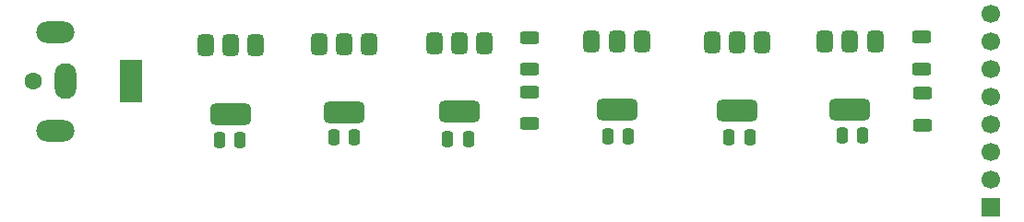
<source format=gbr>
%TF.GenerationSoftware,KiCad,Pcbnew,9.0.3*%
%TF.CreationDate,2025-11-02T19:13:38+05:00*%
%TF.ProjectId,zynq-7000-development-board,7a796e71-2d37-4303-9030-2d646576656c,rev?*%
%TF.SameCoordinates,Original*%
%TF.FileFunction,Soldermask,Top*%
%TF.FilePolarity,Negative*%
%FSLAX46Y46*%
G04 Gerber Fmt 4.6, Leading zero omitted, Abs format (unit mm)*
G04 Created by KiCad (PCBNEW 9.0.3) date 2025-11-02 19:13:38*
%MOMM*%
%LPD*%
G01*
G04 APERTURE LIST*
G04 Aperture macros list*
%AMRoundRect*
0 Rectangle with rounded corners*
0 $1 Rounding radius*
0 $2 $3 $4 $5 $6 $7 $8 $9 X,Y pos of 4 corners*
0 Add a 4 corners polygon primitive as box body*
4,1,4,$2,$3,$4,$5,$6,$7,$8,$9,$2,$3,0*
0 Add four circle primitives for the rounded corners*
1,1,$1+$1,$2,$3*
1,1,$1+$1,$4,$5*
1,1,$1+$1,$6,$7*
1,1,$1+$1,$8,$9*
0 Add four rect primitives between the rounded corners*
20,1,$1+$1,$2,$3,$4,$5,0*
20,1,$1+$1,$4,$5,$6,$7,0*
20,1,$1+$1,$6,$7,$8,$9,0*
20,1,$1+$1,$8,$9,$2,$3,0*%
G04 Aperture macros list end*
%ADD10C,1.700000*%
%ADD11R,1.700000X1.700000*%
%ADD12RoundRect,0.375000X-0.375000X0.625000X-0.375000X-0.625000X0.375000X-0.625000X0.375000X0.625000X0*%
%ADD13RoundRect,0.500000X-1.400000X0.500000X-1.400000X-0.500000X1.400000X-0.500000X1.400000X0.500000X0*%
%ADD14RoundRect,0.250000X0.625000X-0.312500X0.625000X0.312500X-0.625000X0.312500X-0.625000X-0.312500X0*%
%ADD15RoundRect,0.250000X-0.625000X0.312500X-0.625000X-0.312500X0.625000X-0.312500X0.625000X0.312500X0*%
%ADD16C,1.600000*%
%ADD17R,2.000000X4.000000*%
%ADD18O,2.000000X3.300000*%
%ADD19O,3.500000X2.000000*%
%ADD20RoundRect,0.250000X0.250000X0.475000X-0.250000X0.475000X-0.250000X-0.475000X0.250000X-0.475000X0*%
%ADD21RoundRect,0.250000X-0.250000X-0.475000X0.250000X-0.475000X0.250000X0.475000X-0.250000X0.475000X0*%
G04 APERTURE END LIST*
D10*
%TO.C,J2*%
X196050000Y-105220000D03*
X196050000Y-107760000D03*
X196050000Y-110300000D03*
X196050000Y-112840000D03*
X196050000Y-115380000D03*
X196050000Y-117920000D03*
X196050000Y-120460000D03*
D11*
X196050000Y-123000000D03*
%TD*%
D12*
%TO.C,U6*%
X185460000Y-107710000D03*
X183160000Y-107710000D03*
D13*
X183160000Y-114010000D03*
D12*
X180860000Y-107710000D03*
%TD*%
%TO.C,U5*%
X175072500Y-107800000D03*
X172772500Y-107800000D03*
D13*
X172772500Y-114100000D03*
D12*
X170472500Y-107800000D03*
%TD*%
%TO.C,U4*%
X164052500Y-107720000D03*
X161752500Y-107720000D03*
D13*
X161752500Y-114020000D03*
D12*
X159452500Y-107720000D03*
%TD*%
%TO.C,U3*%
X149602500Y-107900000D03*
X147302500Y-107900000D03*
D13*
X147302500Y-114200000D03*
D12*
X145002500Y-107900000D03*
%TD*%
%TO.C,U2*%
X139050000Y-107970000D03*
X136750000Y-107970000D03*
D13*
X136750000Y-114270000D03*
D12*
X134450000Y-107970000D03*
%TD*%
%TO.C,U1*%
X128612500Y-108120000D03*
X126312500Y-108120000D03*
D13*
X126312500Y-114420000D03*
D12*
X124012500Y-108120000D03*
%TD*%
D14*
%TO.C,R4*%
X189850000Y-115432500D03*
X189850000Y-112507500D03*
%TD*%
D15*
%TO.C,R3*%
X189750000Y-107327500D03*
X189750000Y-110252500D03*
%TD*%
D14*
%TO.C,R2*%
X153720000Y-110312500D03*
X153720000Y-107387500D03*
%TD*%
%TO.C,R1*%
X153720000Y-115302500D03*
X153720000Y-112377500D03*
%TD*%
D16*
%TO.C,J1*%
X108180000Y-111420000D03*
D17*
X117180000Y-111420000D03*
D18*
X111180000Y-111420000D03*
D19*
X110180000Y-106920000D03*
X110180000Y-115920000D03*
%TD*%
D20*
%TO.C,C6*%
X184300000Y-116410000D03*
X182400000Y-116410000D03*
%TD*%
D21*
%TO.C,C5*%
X172050000Y-116510000D03*
X173950000Y-116510000D03*
%TD*%
%TO.C,C4*%
X160900000Y-116470000D03*
X162800000Y-116470000D03*
%TD*%
%TO.C,C3*%
X146220000Y-116690000D03*
X148120000Y-116690000D03*
%TD*%
%TO.C,C2*%
X135780000Y-116590000D03*
X137680000Y-116590000D03*
%TD*%
%TO.C,C1*%
X125270000Y-116760000D03*
X127170000Y-116760000D03*
%TD*%
M02*

</source>
